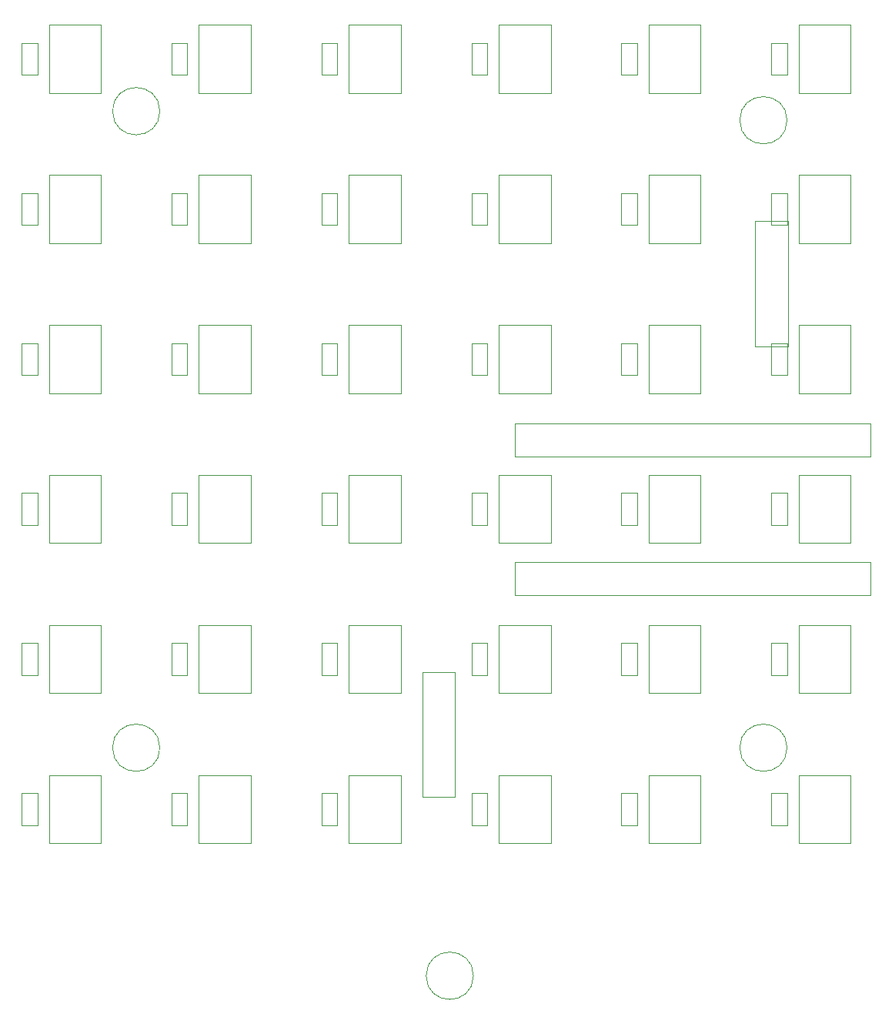
<source format=gbr>
G04 #@! TF.FileFunction,Other,User*
%FSLAX46Y46*%
G04 Gerber Fmt 4.6, Leading zero omitted, Abs format (unit mm)*
G04 Created by KiCad (PCBNEW 4.0.5) date *
%MOMM*%
%LPD*%
G01*
G04 APERTURE LIST*
%ADD10C,0.100000*%
%ADD11C,0.050000*%
G04 APERTURE END LIST*
D10*
D11*
X116130000Y-57500000D02*
X116130000Y-61000000D01*
X116130000Y-57500000D02*
X114380000Y-57500000D01*
X114380000Y-61000000D02*
X116130000Y-61000000D01*
X114380000Y-61000000D02*
X114380000Y-57500000D01*
X116130000Y-74000000D02*
X116130000Y-77500000D01*
X116130000Y-74000000D02*
X114380000Y-74000000D01*
X114380000Y-77500000D02*
X116130000Y-77500000D01*
X114380000Y-77500000D02*
X114380000Y-74000000D01*
X116130000Y-90500000D02*
X116130000Y-94000000D01*
X116130000Y-90500000D02*
X114380000Y-90500000D01*
X114380000Y-94000000D02*
X116130000Y-94000000D01*
X114380000Y-94000000D02*
X114380000Y-90500000D01*
X116130000Y-107000000D02*
X116130000Y-110500000D01*
X116130000Y-107000000D02*
X114380000Y-107000000D01*
X114380000Y-110500000D02*
X116130000Y-110500000D01*
X114380000Y-110500000D02*
X114380000Y-107000000D01*
X116130000Y-123500000D02*
X116130000Y-127000000D01*
X116130000Y-123500000D02*
X114380000Y-123500000D01*
X114380000Y-127000000D02*
X116130000Y-127000000D01*
X114380000Y-127000000D02*
X114380000Y-123500000D01*
X116130000Y-140000000D02*
X116130000Y-143500000D01*
X116130000Y-140000000D02*
X114380000Y-140000000D01*
X114380000Y-143500000D02*
X116130000Y-143500000D01*
X114380000Y-143500000D02*
X114380000Y-140000000D01*
X132630000Y-57500000D02*
X132630000Y-61000000D01*
X132630000Y-57500000D02*
X130880000Y-57500000D01*
X130880000Y-61000000D02*
X132630000Y-61000000D01*
X130880000Y-61000000D02*
X130880000Y-57500000D01*
X132630000Y-74000000D02*
X132630000Y-77500000D01*
X132630000Y-74000000D02*
X130880000Y-74000000D01*
X130880000Y-77500000D02*
X132630000Y-77500000D01*
X130880000Y-77500000D02*
X130880000Y-74000000D01*
X132630000Y-90500000D02*
X132630000Y-94000000D01*
X132630000Y-90500000D02*
X130880000Y-90500000D01*
X130880000Y-94000000D02*
X132630000Y-94000000D01*
X130880000Y-94000000D02*
X130880000Y-90500000D01*
X132630000Y-107000000D02*
X132630000Y-110500000D01*
X132630000Y-107000000D02*
X130880000Y-107000000D01*
X130880000Y-110500000D02*
X132630000Y-110500000D01*
X130880000Y-110500000D02*
X130880000Y-107000000D01*
X132630000Y-123500000D02*
X132630000Y-127000000D01*
X132630000Y-123500000D02*
X130880000Y-123500000D01*
X130880000Y-127000000D02*
X132630000Y-127000000D01*
X130880000Y-127000000D02*
X130880000Y-123500000D01*
X132630000Y-140000000D02*
X132630000Y-143500000D01*
X132630000Y-140000000D02*
X130880000Y-140000000D01*
X130880000Y-143500000D02*
X132630000Y-143500000D01*
X130880000Y-143500000D02*
X130880000Y-140000000D01*
X149130000Y-57500000D02*
X149130000Y-61000000D01*
X149130000Y-57500000D02*
X147380000Y-57500000D01*
X147380000Y-61000000D02*
X149130000Y-61000000D01*
X147380000Y-61000000D02*
X147380000Y-57500000D01*
X149130000Y-74000000D02*
X149130000Y-77500000D01*
X149130000Y-74000000D02*
X147380000Y-74000000D01*
X147380000Y-77500000D02*
X149130000Y-77500000D01*
X147380000Y-77500000D02*
X147380000Y-74000000D01*
X149130000Y-90500000D02*
X149130000Y-94000000D01*
X149130000Y-90500000D02*
X147380000Y-90500000D01*
X147380000Y-94000000D02*
X149130000Y-94000000D01*
X147380000Y-94000000D02*
X147380000Y-90500000D01*
X149130000Y-107000000D02*
X149130000Y-110500000D01*
X149130000Y-107000000D02*
X147380000Y-107000000D01*
X147380000Y-110500000D02*
X149130000Y-110500000D01*
X147380000Y-110500000D02*
X147380000Y-107000000D01*
X149130000Y-123500000D02*
X149130000Y-127000000D01*
X149130000Y-123500000D02*
X147380000Y-123500000D01*
X147380000Y-127000000D02*
X149130000Y-127000000D01*
X147380000Y-127000000D02*
X147380000Y-123500000D01*
X149130000Y-140000000D02*
X149130000Y-143500000D01*
X149130000Y-140000000D02*
X147380000Y-140000000D01*
X147380000Y-143500000D02*
X149130000Y-143500000D01*
X147380000Y-143500000D02*
X147380000Y-140000000D01*
X165630000Y-57500000D02*
X165630000Y-61000000D01*
X165630000Y-57500000D02*
X163880000Y-57500000D01*
X163880000Y-61000000D02*
X165630000Y-61000000D01*
X163880000Y-61000000D02*
X163880000Y-57500000D01*
X165630000Y-74000000D02*
X165630000Y-77500000D01*
X165630000Y-74000000D02*
X163880000Y-74000000D01*
X163880000Y-77500000D02*
X165630000Y-77500000D01*
X163880000Y-77500000D02*
X163880000Y-74000000D01*
X165630000Y-90500000D02*
X165630000Y-94000000D01*
X165630000Y-90500000D02*
X163880000Y-90500000D01*
X163880000Y-94000000D02*
X165630000Y-94000000D01*
X163880000Y-94000000D02*
X163880000Y-90500000D01*
X165630000Y-107000000D02*
X165630000Y-110500000D01*
X165630000Y-107000000D02*
X163880000Y-107000000D01*
X163880000Y-110500000D02*
X165630000Y-110500000D01*
X163880000Y-110500000D02*
X163880000Y-107000000D01*
X165630000Y-123500000D02*
X165630000Y-127000000D01*
X165630000Y-123500000D02*
X163880000Y-123500000D01*
X163880000Y-127000000D02*
X165630000Y-127000000D01*
X163880000Y-127000000D02*
X163880000Y-123500000D01*
X165630000Y-140000000D02*
X165630000Y-143500000D01*
X165630000Y-140000000D02*
X163880000Y-140000000D01*
X163880000Y-143500000D02*
X165630000Y-143500000D01*
X163880000Y-143500000D02*
X163880000Y-140000000D01*
X182130000Y-57500000D02*
X182130000Y-61000000D01*
X182130000Y-57500000D02*
X180380000Y-57500000D01*
X180380000Y-61000000D02*
X182130000Y-61000000D01*
X180380000Y-61000000D02*
X180380000Y-57500000D01*
X182130000Y-74000000D02*
X182130000Y-77500000D01*
X182130000Y-74000000D02*
X180380000Y-74000000D01*
X180380000Y-77500000D02*
X182130000Y-77500000D01*
X180380000Y-77500000D02*
X180380000Y-74000000D01*
X182130000Y-90500000D02*
X182130000Y-94000000D01*
X182130000Y-90500000D02*
X180380000Y-90500000D01*
X180380000Y-94000000D02*
X182130000Y-94000000D01*
X180380000Y-94000000D02*
X180380000Y-90500000D01*
X182130000Y-107000000D02*
X182130000Y-110500000D01*
X182130000Y-107000000D02*
X180380000Y-107000000D01*
X180380000Y-110500000D02*
X182130000Y-110500000D01*
X180380000Y-110500000D02*
X180380000Y-107000000D01*
X182130000Y-123500000D02*
X182130000Y-127000000D01*
X182130000Y-123500000D02*
X180380000Y-123500000D01*
X180380000Y-127000000D02*
X182130000Y-127000000D01*
X180380000Y-127000000D02*
X180380000Y-123500000D01*
X182130000Y-140000000D02*
X182130000Y-143500000D01*
X182130000Y-140000000D02*
X180380000Y-140000000D01*
X180380000Y-143500000D02*
X182130000Y-143500000D01*
X180380000Y-143500000D02*
X180380000Y-140000000D01*
X198630000Y-57500000D02*
X198630000Y-61000000D01*
X198630000Y-57500000D02*
X196880000Y-57500000D01*
X196880000Y-61000000D02*
X198630000Y-61000000D01*
X196880000Y-61000000D02*
X196880000Y-57500000D01*
X198630000Y-74000000D02*
X198630000Y-77500000D01*
X198630000Y-74000000D02*
X196880000Y-74000000D01*
X196880000Y-77500000D02*
X198630000Y-77500000D01*
X196880000Y-77500000D02*
X196880000Y-74000000D01*
X198630000Y-90500000D02*
X198630000Y-94000000D01*
X198630000Y-90500000D02*
X196880000Y-90500000D01*
X196880000Y-94000000D02*
X198630000Y-94000000D01*
X196880000Y-94000000D02*
X196880000Y-90500000D01*
X198630000Y-107000000D02*
X198630000Y-110500000D01*
X198630000Y-107000000D02*
X196880000Y-107000000D01*
X196880000Y-110500000D02*
X198630000Y-110500000D01*
X196880000Y-110500000D02*
X196880000Y-107000000D01*
X198630000Y-123500000D02*
X198630000Y-127000000D01*
X198630000Y-123500000D02*
X196880000Y-123500000D01*
X196880000Y-127000000D02*
X198630000Y-127000000D01*
X196880000Y-127000000D02*
X196880000Y-123500000D01*
X198630000Y-140000000D02*
X198630000Y-143500000D01*
X198630000Y-140000000D02*
X196880000Y-140000000D01*
X196880000Y-143500000D02*
X198630000Y-143500000D01*
X196880000Y-143500000D02*
X196880000Y-140000000D01*
X117400000Y-55500000D02*
X117400000Y-63000000D01*
X123100000Y-55500000D02*
X117400000Y-55500000D01*
X123100000Y-63000000D02*
X123100000Y-55500000D01*
X117400000Y-63000000D02*
X123100000Y-63000000D01*
X117400000Y-72000000D02*
X117400000Y-79500000D01*
X123100000Y-72000000D02*
X117400000Y-72000000D01*
X123100000Y-79500000D02*
X123100000Y-72000000D01*
X117400000Y-79500000D02*
X123100000Y-79500000D01*
X117400000Y-88500000D02*
X117400000Y-96000000D01*
X123100000Y-88500000D02*
X117400000Y-88500000D01*
X123100000Y-96000000D02*
X123100000Y-88500000D01*
X117400000Y-96000000D02*
X123100000Y-96000000D01*
X117400000Y-105000000D02*
X117400000Y-112500000D01*
X123100000Y-105000000D02*
X117400000Y-105000000D01*
X123100000Y-112500000D02*
X123100000Y-105000000D01*
X117400000Y-112500000D02*
X123100000Y-112500000D01*
X117400000Y-121500000D02*
X117400000Y-129000000D01*
X123100000Y-121500000D02*
X117400000Y-121500000D01*
X123100000Y-129000000D02*
X123100000Y-121500000D01*
X117400000Y-129000000D02*
X123100000Y-129000000D01*
X117400000Y-138000000D02*
X117400000Y-145500000D01*
X123100000Y-138000000D02*
X117400000Y-138000000D01*
X123100000Y-145500000D02*
X123100000Y-138000000D01*
X117400000Y-145500000D02*
X123100000Y-145500000D01*
X133900000Y-55500000D02*
X133900000Y-63000000D01*
X139600000Y-55500000D02*
X133900000Y-55500000D01*
X139600000Y-63000000D02*
X139600000Y-55500000D01*
X133900000Y-63000000D02*
X139600000Y-63000000D01*
X133900000Y-72000000D02*
X133900000Y-79500000D01*
X139600000Y-72000000D02*
X133900000Y-72000000D01*
X139600000Y-79500000D02*
X139600000Y-72000000D01*
X133900000Y-79500000D02*
X139600000Y-79500000D01*
X133900000Y-88500000D02*
X133900000Y-96000000D01*
X139600000Y-88500000D02*
X133900000Y-88500000D01*
X139600000Y-96000000D02*
X139600000Y-88500000D01*
X133900000Y-96000000D02*
X139600000Y-96000000D01*
X133900000Y-105000000D02*
X133900000Y-112500000D01*
X139600000Y-105000000D02*
X133900000Y-105000000D01*
X139600000Y-112500000D02*
X139600000Y-105000000D01*
X133900000Y-112500000D02*
X139600000Y-112500000D01*
X133900000Y-121500000D02*
X133900000Y-129000000D01*
X139600000Y-121500000D02*
X133900000Y-121500000D01*
X139600000Y-129000000D02*
X139600000Y-121500000D01*
X133900000Y-129000000D02*
X139600000Y-129000000D01*
X133900000Y-138000000D02*
X133900000Y-145500000D01*
X139600000Y-138000000D02*
X133900000Y-138000000D01*
X139600000Y-145500000D02*
X139600000Y-138000000D01*
X133900000Y-145500000D02*
X139600000Y-145500000D01*
X150400000Y-55500000D02*
X150400000Y-63000000D01*
X156100000Y-55500000D02*
X150400000Y-55500000D01*
X156100000Y-63000000D02*
X156100000Y-55500000D01*
X150400000Y-63000000D02*
X156100000Y-63000000D01*
X150400000Y-72000000D02*
X150400000Y-79500000D01*
X156100000Y-72000000D02*
X150400000Y-72000000D01*
X156100000Y-79500000D02*
X156100000Y-72000000D01*
X150400000Y-79500000D02*
X156100000Y-79500000D01*
X150400000Y-88500000D02*
X150400000Y-96000000D01*
X156100000Y-88500000D02*
X150400000Y-88500000D01*
X156100000Y-96000000D02*
X156100000Y-88500000D01*
X150400000Y-96000000D02*
X156100000Y-96000000D01*
X150400000Y-105000000D02*
X150400000Y-112500000D01*
X156100000Y-105000000D02*
X150400000Y-105000000D01*
X156100000Y-112500000D02*
X156100000Y-105000000D01*
X150400000Y-112500000D02*
X156100000Y-112500000D01*
X150400000Y-121500000D02*
X150400000Y-129000000D01*
X156100000Y-121500000D02*
X150400000Y-121500000D01*
X156100000Y-129000000D02*
X156100000Y-121500000D01*
X150400000Y-129000000D02*
X156100000Y-129000000D01*
X150400000Y-138000000D02*
X150400000Y-145500000D01*
X156100000Y-138000000D02*
X150400000Y-138000000D01*
X156100000Y-145500000D02*
X156100000Y-138000000D01*
X150400000Y-145500000D02*
X156100000Y-145500000D01*
X166900000Y-55500000D02*
X166900000Y-63000000D01*
X172600000Y-55500000D02*
X166900000Y-55500000D01*
X172600000Y-63000000D02*
X172600000Y-55500000D01*
X166900000Y-63000000D02*
X172600000Y-63000000D01*
X166900000Y-72000000D02*
X166900000Y-79500000D01*
X172600000Y-72000000D02*
X166900000Y-72000000D01*
X172600000Y-79500000D02*
X172600000Y-72000000D01*
X166900000Y-79500000D02*
X172600000Y-79500000D01*
X166900000Y-88500000D02*
X166900000Y-96000000D01*
X172600000Y-88500000D02*
X166900000Y-88500000D01*
X172600000Y-96000000D02*
X172600000Y-88500000D01*
X166900000Y-96000000D02*
X172600000Y-96000000D01*
X166900000Y-105000000D02*
X166900000Y-112500000D01*
X172600000Y-105000000D02*
X166900000Y-105000000D01*
X172600000Y-112500000D02*
X172600000Y-105000000D01*
X166900000Y-112500000D02*
X172600000Y-112500000D01*
X166900000Y-121500000D02*
X166900000Y-129000000D01*
X172600000Y-121500000D02*
X166900000Y-121500000D01*
X172600000Y-129000000D02*
X172600000Y-121500000D01*
X166900000Y-129000000D02*
X172600000Y-129000000D01*
X166900000Y-138000000D02*
X166900000Y-145500000D01*
X172600000Y-138000000D02*
X166900000Y-138000000D01*
X172600000Y-145500000D02*
X172600000Y-138000000D01*
X166900000Y-145500000D02*
X172600000Y-145500000D01*
X183400000Y-55500000D02*
X183400000Y-63000000D01*
X189100000Y-55500000D02*
X183400000Y-55500000D01*
X189100000Y-63000000D02*
X189100000Y-55500000D01*
X183400000Y-63000000D02*
X189100000Y-63000000D01*
X183400000Y-72000000D02*
X183400000Y-79500000D01*
X189100000Y-72000000D02*
X183400000Y-72000000D01*
X189100000Y-79500000D02*
X189100000Y-72000000D01*
X183400000Y-79500000D02*
X189100000Y-79500000D01*
X183400000Y-88500000D02*
X183400000Y-96000000D01*
X189100000Y-88500000D02*
X183400000Y-88500000D01*
X189100000Y-96000000D02*
X189100000Y-88500000D01*
X183400000Y-96000000D02*
X189100000Y-96000000D01*
X183400000Y-105000000D02*
X183400000Y-112500000D01*
X189100000Y-105000000D02*
X183400000Y-105000000D01*
X189100000Y-112500000D02*
X189100000Y-105000000D01*
X183400000Y-112500000D02*
X189100000Y-112500000D01*
X183400000Y-121500000D02*
X183400000Y-129000000D01*
X189100000Y-121500000D02*
X183400000Y-121500000D01*
X189100000Y-129000000D02*
X189100000Y-121500000D01*
X183400000Y-129000000D02*
X189100000Y-129000000D01*
X183400000Y-138000000D02*
X183400000Y-145500000D01*
X189100000Y-138000000D02*
X183400000Y-138000000D01*
X189100000Y-145500000D02*
X189100000Y-138000000D01*
X183400000Y-145500000D02*
X189100000Y-145500000D01*
X199900000Y-55500000D02*
X199900000Y-63000000D01*
X205600000Y-55500000D02*
X199900000Y-55500000D01*
X205600000Y-63000000D02*
X205600000Y-55500000D01*
X199900000Y-63000000D02*
X205600000Y-63000000D01*
X199900000Y-72000000D02*
X199900000Y-79500000D01*
X205600000Y-72000000D02*
X199900000Y-72000000D01*
X205600000Y-79500000D02*
X205600000Y-72000000D01*
X199900000Y-79500000D02*
X205600000Y-79500000D01*
X199900000Y-88500000D02*
X199900000Y-96000000D01*
X205600000Y-88500000D02*
X199900000Y-88500000D01*
X205600000Y-96000000D02*
X205600000Y-88500000D01*
X199900000Y-96000000D02*
X205600000Y-96000000D01*
X199900000Y-105000000D02*
X199900000Y-112500000D01*
X205600000Y-105000000D02*
X199900000Y-105000000D01*
X205600000Y-112500000D02*
X205600000Y-105000000D01*
X199900000Y-112500000D02*
X205600000Y-112500000D01*
X199900000Y-121500000D02*
X199900000Y-129000000D01*
X205600000Y-121500000D02*
X199900000Y-121500000D01*
X205600000Y-129000000D02*
X205600000Y-121500000D01*
X199900000Y-129000000D02*
X205600000Y-129000000D01*
X199900000Y-138000000D02*
X199900000Y-145500000D01*
X205600000Y-138000000D02*
X199900000Y-138000000D01*
X205600000Y-145500000D02*
X205600000Y-138000000D01*
X199900000Y-145500000D02*
X205600000Y-145500000D01*
X158460000Y-126670000D02*
X158460000Y-140420000D01*
X158460000Y-140420000D02*
X162060000Y-140420000D01*
X162060000Y-140420000D02*
X162060000Y-126670000D01*
X162060000Y-126670000D02*
X158460000Y-126670000D01*
X198690000Y-90860000D02*
X198690000Y-77110000D01*
X198690000Y-77110000D02*
X195090000Y-77110000D01*
X195090000Y-77110000D02*
X195090000Y-90860000D01*
X195090000Y-90860000D02*
X198690000Y-90860000D01*
X168620000Y-102965000D02*
X207770000Y-102965000D01*
X207770000Y-102965000D02*
X207770000Y-99365000D01*
X207770000Y-99365000D02*
X168620000Y-99365000D01*
X168620000Y-99365000D02*
X168620000Y-102965000D01*
X168620000Y-118205000D02*
X207770000Y-118205000D01*
X207770000Y-118205000D02*
X207770000Y-114605000D01*
X207770000Y-114605000D02*
X168620000Y-114605000D01*
X168620000Y-114605000D02*
X168620000Y-118205000D01*
X129600000Y-135000000D02*
G75*
G03X129600000Y-135000000I-2600000J0D01*
G01*
X198600000Y-135000000D02*
G75*
G03X198600000Y-135000000I-2600000J0D01*
G01*
X198600000Y-66000000D02*
G75*
G03X198600000Y-66000000I-2600000J0D01*
G01*
X129600000Y-65000000D02*
G75*
G03X129600000Y-65000000I-2600000J0D01*
G01*
X164100000Y-160075001D02*
G75*
G03X164100000Y-160075001I-2600000J0D01*
G01*
M02*

</source>
